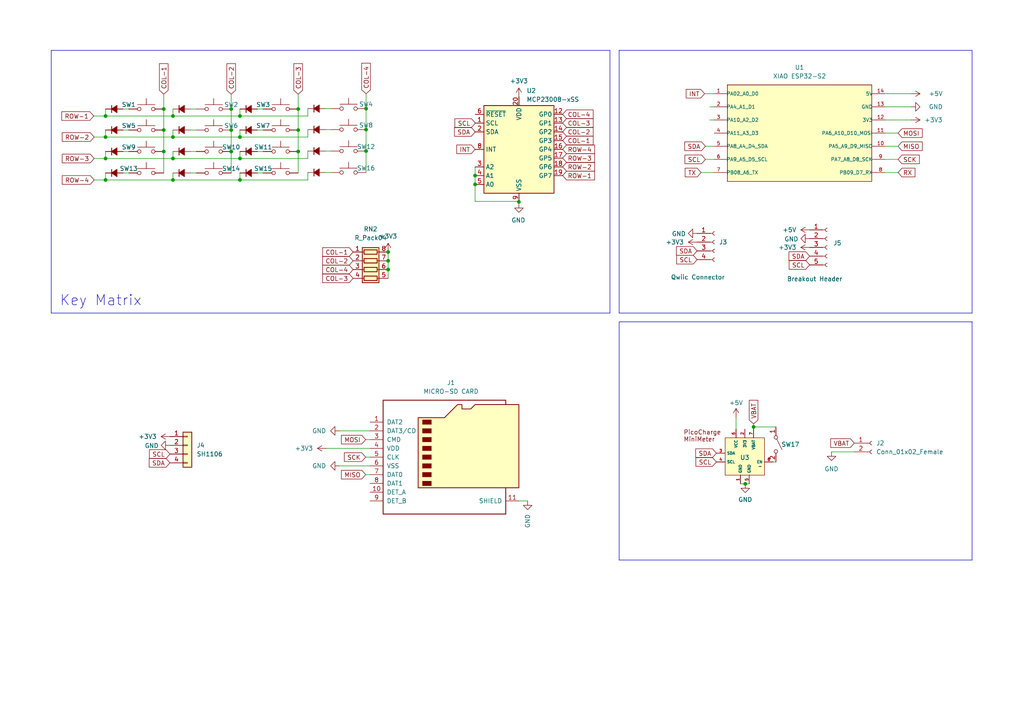
<source format=kicad_sch>
(kicad_sch (version 20230121) (generator eeschema)
  (paper "A4")
  (lib_symbols
    (symbol "Connector:Conn_01x02_Female" (pin_names (offset 1.016) hide)
      (property "Reference" "J" (at 0 2.54 0))
      (property "Value" "Conn_01x02_Female" (at 0 -5.08 0))
      (symbol "Conn_01x02_Female_1_1"
        (arc (start 0 -2.032) (mid -0.5058 -2.54) (end 0 -3.048) (stroke (width 0.1524)))
        (polyline (pts (xy -1.27 -2.54) (xy -0.508 -2.54)) (stroke (width 0.1524)))
        (polyline (pts (xy -1.27 0) (xy -0.508 0)) (stroke (width 0.1524)))
        (arc (start 0 0.508) (mid -0.5058 0) (end 0 -0.508) (stroke (width 0.1524)))
        (pin passive line (at -5.08 0 0) (length 3.81) (name "Pin_1") (number "1"))
        (pin passive line (at -5.08 -2.54 0) (length 3.81) (name "Pin_2") (number "2"))
      )
    )
    (symbol "Connector:Conn_01x04_Female" (pin_names (offset 1.016) hide)
      (property "Reference" "J" (at 0 5.08 0))
      (property "Value" "Conn_01x04_Female" (at 0 -7.62 0))
      (symbol "Conn_01x04_Female_1_1"
        (arc (start 0 -4.572) (mid -0.5058 -5.08) (end 0 -5.588) (stroke (width 0.1524)))
        (arc (start 0 -2.032) (mid -0.5058 -2.54) (end 0 -3.048) (stroke (width 0.1524)))
        (polyline (pts (xy -1.27 -5.08) (xy -0.508 -5.08)) (stroke (width 0.1524)))
        (polyline (pts (xy -1.27 -2.54) (xy -0.508 -2.54)) (stroke (width 0.1524)))
        (polyline (pts (xy -1.27 0) (xy -0.508 0)) (stroke (width 0.1524)))
        (polyline (pts (xy -1.27 2.54) (xy -0.508 2.54)) (stroke (width 0.1524)))
        (arc (start 0 0.508) (mid -0.5058 0) (end 0 -0.508) (stroke (width 0.1524)))
        (arc (start 0 3.048) (mid -0.5058 2.54) (end 0 2.032) (stroke (width 0.1524)))
        (pin passive line (at -5.08 2.54 0) (length 3.81) (name "Pin_1") (number "1"))
        (pin passive line (at -5.08 0 0) (length 3.81) (name "Pin_2") (number "2"))
        (pin passive line (at -5.08 -2.54 0) (length 3.81) (name "Pin_3") (number "3"))
        (pin passive line (at -5.08 -5.08 0) (length 3.81) (name "Pin_4") (number "4"))
      )
    )
    (symbol "Connector:Conn_01x05_Female" (pin_names (offset 1.016) hide)
      (property "Reference" "J" (at 0 7.62 0))
      (property "Value" "Conn_01x05_Female" (at 0 -7.62 0))
      (symbol "Conn_01x05_Female_1_1"
        (arc (start 0 -4.572) (mid -0.5058 -5.08) (end 0 -5.588) (stroke (width 0.1524)))
        (arc (start 0 -2.032) (mid -0.5058 -2.54) (end 0 -3.048) (stroke (width 0.1524)))
        (polyline (pts (xy -1.27 -5.08) (xy -0.508 -5.08)) (stroke (width 0.1524)))
        (polyline (pts (xy -1.27 -2.54) (xy -0.508 -2.54)) (stroke (width 0.1524)))
        (polyline (pts (xy -1.27 0) (xy -0.508 0)) (stroke (width 0.1524)))
        (polyline (pts (xy -1.27 2.54) (xy -0.508 2.54)) (stroke (width 0.1524)))
        (polyline (pts (xy -1.27 5.08) (xy -0.508 5.08)) (stroke (width 0.1524)))
        (arc (start 0 0.508) (mid -0.5058 0) (end 0 -0.508) (stroke (width 0.1524)))
        (arc (start 0 3.048) (mid -0.5058 2.54) (end 0 2.032) (stroke (width 0.1524)))
        (arc (start 0 5.588) (mid -0.5058 5.08) (end 0 4.572) (stroke (width 0.1524)))
        (pin passive line (at -5.08 5.08 0) (length 3.81) (name "Pin_1") (number "1"))
        (pin passive line (at -5.08 2.54 0) (length 3.81) (name "Pin_2") (number "2"))
        (pin passive line (at -5.08 0 0) (length 3.81) (name "Pin_3") (number "3"))
        (pin passive line (at -5.08 -2.54 0) (length 3.81) (name "Pin_4") (number "4"))
        (pin passive line (at -5.08 -5.08 0) (length 3.81) (name "Pin_5") (number "5"))
      )
    )
    (symbol "Connector:Micro_SD_Card_Det" (pin_names (offset 1.016))
      (property "Reference" "J" (at -16.51 17.78 0))
      (property "Value" "Micro_SD_Card_Det" (at 16.51 17.78 0))
      (symbol "Micro_SD_Card_Det_0_1"
        (rectangle (start -7.62 -6.985) (end -5.08 -8.255) (fill (type outline)))
        (rectangle (start -7.62 -4.445) (end -5.08 -5.715) (fill (type outline)))
        (rectangle (start -7.62 -1.905) (end -5.08 -3.175) (fill (type outline)))
        (rectangle (start -7.62 0.635) (end -5.08 -0.635) (fill (type outline)))
        (rectangle (start -7.62 3.175) (end -5.08 1.905) (fill (type outline)))
        (rectangle (start -7.62 5.715) (end -5.08 4.445) (fill (type outline)))
        (rectangle (start -7.62 8.255) (end -5.08 6.985) (fill (type outline)))
        (rectangle (start -7.62 10.795) (end -5.08 9.525) (fill (type outline)))
        (polyline (pts (xy 16.51 15.24) (xy 16.51 16.51) (xy -19.05 16.51) (xy -19.05 -16.51) (xy 16.51 -16.51) (xy 16.51 -8.89)) (stroke (width 0.254)))
        (polyline (pts (xy -8.89 -8.89) (xy -8.89 11.43) (xy -1.27 11.43) (xy 2.54 15.24) (xy 3.81 15.24) (xy 3.81 13.97) (xy 6.35 13.97) (xy 7.62 15.24) (xy 20.32 15.24) (xy 20.32 -8.89) (xy -8.89 -8.89)) (stroke (width 0.254)) (fill (type background)))
      )
      (symbol "Micro_SD_Card_Det_1_1"
        (pin bidirectional line (at -22.86 10.16 0) (length 3.81) (name "DAT2") (number "1"))
        (pin passive line (at -22.86 -10.16 0) (length 3.81) (name "DET_A") (number "10"))
        (pin passive line (at 20.32 -12.7 180) (length 3.81) (name "SHIELD") (number "11"))
        (pin bidirectional line (at -22.86 7.62 0) (length 3.81) (name "DAT3/CD") (number "2"))
        (pin input line (at -22.86 5.08 0) (length 3.81) (name "CMD") (number "3"))
        (pin power_in line (at -22.86 2.54 0) (length 3.81) (name "VDD") (number "4"))
        (pin input line (at -22.86 0 0) (length 3.81) (name "CLK") (number "5"))
        (pin power_in line (at -22.86 -2.54 0) (length 3.81) (name "VSS") (number "6"))
        (pin bidirectional line (at -22.86 -5.08 0) (length 3.81) (name "DAT0") (number "7"))
        (pin bidirectional line (at -22.86 -7.62 0) (length 3.81) (name "DAT1") (number "8"))
        (pin passive line (at -22.86 -12.7 0) (length 3.81) (name "DET_B") (number "9"))
      )
    )
    (symbol "Connector_Generic:Conn_01x04" (pin_names (offset 1.016) hide)
      (property "Reference" "J" (at 0 5.08 0))
      (property "Value" "Conn_01x04" (at 0 -7.62 0))
      (symbol "Conn_01x04_1_1"
        (rectangle (start -1.27 -4.953) (end 0 -5.207) (stroke (width 0.1524)))
        (rectangle (start -1.27 -2.413) (end 0 -2.667) (stroke (width 0.1524)))
        (rectangle (start -1.27 0.127) (end 0 -0.127) (stroke (width 0.1524)))
        (rectangle (start -1.27 2.667) (end 0 2.413) (stroke (width 0.1524)))
        (rectangle (start -1.27 3.81) (end 1.27 -6.35) (stroke (width 0.254)) (fill (type background)))
        (pin passive line (at -5.08 2.54 0) (length 3.81) (name "Pin_1") (number "1"))
        (pin passive line (at -5.08 0 0) (length 3.81) (name "Pin_2") (number "2"))
        (pin passive line (at -5.08 -2.54 0) (length 3.81) (name "Pin_3") (number "3"))
        (pin passive line (at -5.08 -5.08 0) (length 3.81) (name "Pin_4") (number "4"))
      )
    )
    (symbol "Device:D_Small_Filled" (pin_numbers hide) (pin_names (offset 0.254) hide)
      (property "Reference" "D" (at -1.27 2.032 0))
      (property "Value" "D_Small_Filled" (at -3.81 -2.032 0))
      (symbol "D_Small_Filled_0_1"
        (polyline (pts (xy -0.762 -1.016) (xy -0.762 1.016)) (stroke (width 0.254)))
        (polyline (pts (xy -0.762 0) (xy 0.762 0)))
        (polyline (pts (xy 0.762 -1.016) (xy -0.762 0) (xy 0.762 1.016) (xy 0.762 -1.016)) (stroke (width 0.254)) (fill (type outline)))
      )
      (symbol "D_Small_Filled_1_1"
        (pin passive line (at -2.54 0 0) (length 1.778) (name "K") (number "1"))
        (pin passive line (at 2.54 0 180) (length 1.778) (name "A") (number "2"))
      )
    )
    (symbol "Device:R_Pack04" (pin_names (offset 0) hide)
      (property "Reference" "RN" (at -7.62 0 90))
      (property "Value" "R_Pack04" (at 5.08 0 90))
      (symbol "R_Pack04_0_1"
        (rectangle (start -6.35 -2.413) (end 3.81 2.413) (stroke (width 0.254)) (fill (type background)))
        (rectangle (start -5.715 1.905) (end -4.445 -1.905) (stroke (width 0.254)))
        (rectangle (start -3.175 1.905) (end -1.905 -1.905) (stroke (width 0.254)))
        (rectangle (start -0.635 1.905) (end 0.635 -1.905) (stroke (width 0.254)))
        (polyline (pts (xy -5.08 -2.54) (xy -5.08 -1.905)))
        (polyline (pts (xy -5.08 1.905) (xy -5.08 2.54)))
        (polyline (pts (xy -2.54 -2.54) (xy -2.54 -1.905)))
        (polyline (pts (xy -2.54 1.905) (xy -2.54 2.54)))
        (polyline (pts (xy 0 -2.54) (xy 0 -1.905)))
        (polyline (pts (xy 0 1.905) (xy 0 2.54)))
        (polyline (pts (xy 2.54 -2.54) (xy 2.54 -1.905)))
        (polyline (pts (xy 2.54 1.905) (xy 2.54 2.54)))
        (rectangle (start 1.905 1.905) (end 3.175 -1.905) (stroke (width 0.254)))
      )
      (symbol "R_Pack04_1_1"
        (pin passive line (at -5.08 -5.08 90) (length 2.54) (name "R1.1") (number "1"))
        (pin passive line (at -2.54 -5.08 90) (length 2.54) (name "R2.1") (number "2"))
        (pin passive line (at 0 -5.08 90) (length 2.54) (name "R3.1") (number "3"))
        (pin passive line (at 2.54 -5.08 90) (length 2.54) (name "R4.1") (number "4"))
        (pin passive line (at 2.54 5.08 270) (length 2.54) (name "R4.2") (number "5"))
        (pin passive line (at 0 5.08 270) (length 2.54) (name "R3.2") (number "6"))
        (pin passive line (at -2.54 5.08 270) (length 2.54) (name "R2.2") (number "7"))
        (pin passive line (at -5.08 5.08 270) (length 2.54) (name "R1.2") (number "8"))
      )
    )
    (symbol "Interface_Expansion:MCP23008-xSS"
      (property "Reference" "U" (at -8.89 13.97 0))
      (property "Value" "MCP23008-xSS" (at 8.89 13.97 0))
      (symbol "MCP23008-xSS_0_1"
        (rectangle (start -10.16 12.7) (end 10.16 -12.7) (stroke (width 0.254)) (fill (type background)))
      )
      (symbol "MCP23008-xSS_1_1"
        (pin input line (at -12.7 7.62 0) (length 2.54) (name "SCL") (number "1"))
        (pin no_connect line (at -10.16 -2.54 0) (length 2.54) hide (name "NC") (number "10"))
        (pin no_connect line (at 10.16 -10.16 180) (length 2.54) hide (name "NC") (number "11"))
        (pin bidirectional line (at 12.7 10.16 180) (length 2.54) (name "GP0") (number "12"))
        (pin bidirectional line (at 12.7 7.62 180) (length 2.54) (name "GP1") (number "13"))
        (pin bidirectional line (at 12.7 5.08 180) (length 2.54) (name "GP2") (number "14"))
        (pin bidirectional line (at 12.7 2.54 180) (length 2.54) (name "GP3") (number "15"))
        (pin bidirectional line (at 12.7 0 180) (length 2.54) (name "GP4") (number "16"))
        (pin bidirectional line (at 12.7 -2.54 180) (length 2.54) (name "GP5") (number "17"))
        (pin bidirectional line (at 12.7 -5.08 180) (length 2.54) (name "GP6") (number "18"))
        (pin bidirectional line (at 12.7 -7.62 180) (length 2.54) (name "GP7") (number "19"))
        (pin bidirectional line (at -12.7 5.08 0) (length 2.54) (name "SDA") (number "2"))
        (pin power_in line (at 0 15.24 270) (length 2.54) (name "VDD") (number "20"))
        (pin input line (at -12.7 -5.08 0) (length 2.54) (name "A2") (number "3"))
        (pin input line (at -12.7 -7.62 0) (length 2.54) (name "A1") (number "4"))
        (pin input line (at -12.7 -10.16 0) (length 2.54) (name "A0") (number "5"))
        (pin input line (at -12.7 10.16 0) (length 2.54) (name "~{RESET}") (number "6"))
        (pin no_connect line (at -10.16 2.54 0) (length 2.54) hide (name "NC") (number "7"))
        (pin output line (at -12.7 0 0) (length 2.54) (name "INT") (number "8"))
        (pin power_in line (at 0 -15.24 90) (length 2.54) (name "VSS") (number "9"))
      )
    )
    (symbol "MOUDLE-SEEEDUINO-XIAO-ESP32S3:MOUDLE-SEEEDUINO-XIAO-ESP32S3" (pin_names (offset 1.016))
      (property "Reference" "U1" (at -0.635 19.05 0))
      (property "Value" "XIAO ESP32-S2" (at -0.635 16.51 0))
      (symbol "MOUDLE-SEEEDUINO-XIAO-ESP32S3_0_0"
        (polyline (pts (xy -21.59 -13.97) (xy -21.59 0)) (stroke (width 0.1524)))
        (polyline (pts (xy -21.59 -11.43) (xy -22.86 -11.43)) (stroke (width 0.1524)))
        (polyline (pts (xy -21.59 -7.62) (xy -22.86 -7.62)) (stroke (width 0.1524)))
        (polyline (pts (xy -21.59 -3.81) (xy -22.86 -3.81)) (stroke (width 0.1524)))
        (polyline (pts (xy -21.59 0) (xy -22.86 0)) (stroke (width 0.1524)))
        (polyline (pts (xy -21.59 0) (xy -21.59 3.81)) (stroke (width 0.1524)))
        (polyline (pts (xy -21.59 3.81) (xy -22.86 3.81)) (stroke (width 0.1524)))
        (polyline (pts (xy -21.59 3.81) (xy -21.59 7.62)) (stroke (width 0.1524)))
        (polyline (pts (xy -21.59 7.62) (xy -22.86 7.62)) (stroke (width 0.1524)))
        (polyline (pts (xy -21.59 7.62) (xy -21.59 11.43)) (stroke (width 0.1524)))
        (polyline (pts (xy -21.59 11.43) (xy -22.86 11.43)) (stroke (width 0.1524)))
        (polyline (pts (xy -21.59 11.43) (xy -21.59 13.97)) (stroke (width 0.1524)))
        (polyline (pts (xy -21.59 13.97) (xy 20.32 13.97)) (stroke (width 0.1524)))
        (polyline (pts (xy 20.32 -13.97) (xy -21.59 -13.97)) (stroke (width 0.1524)))
        (polyline (pts (xy 20.32 3.81) (xy 20.32 -13.97)) (stroke (width 0.1524)))
        (polyline (pts (xy 20.32 7.62) (xy 20.32 3.81)) (stroke (width 0.1524)))
        (polyline (pts (xy 20.32 11.43) (xy 20.32 7.62)) (stroke (width 0.1524)))
        (polyline (pts (xy 20.32 13.97) (xy 20.32 11.43)) (stroke (width 0.1524)))
        (polyline (pts (xy 21.59 -11.43) (xy 20.32 -11.43)) (stroke (width 0.1524)))
        (polyline (pts (xy 21.59 -7.62) (xy 20.32 -7.62)) (stroke (width 0.1524)))
        (polyline (pts (xy 21.59 -3.81) (xy 20.32 -3.81)) (stroke (width 0.1524)))
        (polyline (pts (xy 21.59 0) (xy 20.32 0)) (stroke (width 0.1524)))
        (polyline (pts (xy 21.59 3.81) (xy 20.32 3.81)) (stroke (width 0.1524)))
        (polyline (pts (xy 21.59 7.62) (xy 20.32 7.62)) (stroke (width 0.1524)))
        (polyline (pts (xy 21.59 11.43) (xy 20.32 11.43)) (stroke (width 0.1524)))
        (pin bidirectional line (at -25.4 11.43 0) (length 2.54) (name "PA02_A0_D0") (number "1"))
        (pin bidirectional line (at 24.13 -3.81 180) (length 2.54) (name "PA5_A9_D9_MISO") (number "10"))
        (pin bidirectional line (at 24.13 0 180) (length 2.54) (name "PA6_A10_D10_MOSI") (number "11"))
        (pin bidirectional line (at 24.13 3.81 180) (length 2.54) (name "3V3") (number "12"))
        (pin bidirectional line (at 24.13 7.62 180) (length 2.54) (name "GND") (number "13"))
        (pin bidirectional line (at 24.13 11.43 180) (length 2.54) (name "5V") (number "14"))
        (pin bidirectional line (at -25.4 7.62 0) (length 2.54) (name "PA4_A1_D1") (number "2"))
        (pin bidirectional line (at -25.4 3.81 0) (length 2.54) (name "PA10_A2_D2") (number "3"))
        (pin bidirectional line (at -25.4 0 0) (length 2.54) (name "PA11_A3_D3") (number "4"))
        (pin bidirectional line (at -25.4 -3.81 0) (length 2.54) (name "PA8_A4_D4_SDA") (number "5"))
        (pin bidirectional line (at -25.4 -7.62 0) (length 2.54) (name "PA9_A5_D5_SCL") (number "6"))
        (pin bidirectional line (at -25.4 -11.43 0) (length 2.54) (name "PB08_A6_TX") (number "7"))
        (pin bidirectional line (at 24.13 -11.43 180) (length 2.54) (name "PB09_D7_RX") (number "8"))
        (pin bidirectional line (at 24.13 -7.62 180) (length 2.54) (name "PA7_A8_D8_SCK") (number "9"))
      )
      (symbol "MOUDLE-SEEEDUINO-XIAO-ESP32S3_1_1"
        (rectangle (start -21.59 13.97) (end 20.32 -13.97) (fill (type background)))
      )
    )
    (symbol "PicoCharge:MiniMeter"
      (property "Reference" "U" (at 0 0 0))
      (symbol "MiniMeter_1_1"
        (rectangle (start -5.715 5.715) (end 5.715 -5.08) (fill (type background)))
        (text "PicoCharge\nMiniMeter" (at -17.78 6.35 0) (effects (font (size 1.27 1.27)) (justify left)))
        (pin passive line (at -1.27 -7.62 90) (length 2.54) (name "GND") (number "1"))
        (pin power_out line (at 0 8.255 270) (length 2.54) (name "3V3") (number "2"))
        (pin input line (at -8.255 1.27 0) (length 2.54) (name "SDA") (number "3"))
        (pin output line (at -8.255 -1.27 0) (length 2.54) (name "SCL") (number "4"))
        (pin passive line (at 1.27 -7.62 90) (length 2.54) (name "GND") (number "5"))
        (pin power_in line (at -2.54 8.255 270) (length 2.54) (name "VCC") (number "6"))
        (pin power_in line (at 2.54 8.255 270) (length 2.54) (name "VBAT") (number "7"))
        (pin passive line (at 8.255 -1.27 180) (length 2.54) (name "EN") (number "8"))
      )
    )
    (symbol "Switch:SW_Push" (pin_numbers hide) (pin_names (offset 1.016) hide)
      (property "Reference" "SW" (at 1.27 2.54 0))
      (property "Value" "SW_Push" (at 0 -1.524 0))
      (symbol "SW_Push_0_1"
        (circle (center -2.032 0) (radius 0.508))
        (polyline (pts (xy 0 1.27) (xy 0 3.048)))
        (polyline (pts (xy 2.54 1.27) (xy -2.54 1.27)))
        (circle (center 2.032 0) (radius 0.508))
        (pin passive line (at -5.08 0 0) (length 2.54) (name "1") (number "1"))
        (pin passive line (at 5.08 0 180) (length 2.54) (name "2") (number "2"))
      )
    )
    (symbol "Switch:SW_SPST" (pin_names (offset 0) hide)
      (property "Reference" "SW" (at 0 3.175 0))
      (property "Value" "SW_SPST" (at 0 -2.54 0))
      (symbol "SW_SPST_0_0"
        (circle (center -2.032 0) (radius 0.508))
        (polyline (pts (xy -1.524 0.254) (xy 1.524 1.778)))
        (circle (center 2.032 0) (radius 0.508))
      )
      (symbol "SW_SPST_1_1"
        (pin passive line (at -5.08 0 0) (length 2.54) (name "A") (number "1"))
        (pin passive line (at 5.08 0 180) (length 2.54) (name "B") (number "2"))
      )
    )
    (symbol "power:+3V3" (power) (pin_names (offset 0))
      (property "Value" "+3V3" (at 0 3.556 0))
      (symbol "+3V3_0_1"
        (polyline (pts (xy -0.762 1.27) (xy 0 2.54)))
        (polyline (pts (xy 0 0) (xy 0 2.54)))
        (polyline (pts (xy 0 2.54) (xy 0.762 1.27)))
      )
      (symbol "+3V3_1_1"
        (pin power_in line (at 0 0 90) (length 0) hide (name "+3V3") (number "1"))
      )
    )
    (symbol "power:+5V" (power) (pin_names (offset 0))
      (property "Value" "+5V" (at 0 3.556 0))
      (symbol "+5V_0_1"
        (polyline (pts (xy -0.762 1.27) (xy 0 2.54)))
        (polyline (pts (xy 0 0) (xy 0 2.54)))
        (polyline (pts (xy 0 2.54) (xy 0.762 1.27)))
      )
      (symbol "+5V_1_1"
        (pin power_in line (at 0 0 90) (length 0) hide (name "+5V") (number "1"))
      )
    )
    (symbol "power:GND" (power) (pin_names (offset 0))
      (property "Value" "GND" (at 0 -3.81 0))
      (symbol "GND_0_1"
        (polyline (pts (xy 0 0) (xy 0 -1.27) (xy 1.27 -1.27) (xy 0 -2.54) (xy -1.27 -1.27) (xy 0 -1.27)))
      )
      (symbol "GND_1_1"
        (pin power_in line (at 0 0 270) (length 0) hide (name "GND") (number "1"))
      )
    )
  )
  (junction (at 50.165 52.197))
  (junction (at 86.487 37.719))
  (junction (at 30.607 52.197))
  (junction (at 112.5728 75.6412))
  (junction (at 137.795 50.927))
  (junction (at 112.5728 78.1812))
  (junction (at 69.596 33.655))
  (junction (at 106.172 37.592))
  (junction (at 67.056 31.623))
  (junction (at 50.165 33.655))
  (junction (at 218.567 123.825))
  (junction (at 69.596 45.974))
  (junction (at 106.172 43.815))
  (junction (at 216.154 140.335))
  (junction (at 69.596 39.751))
  (junction (at 47.498 43.942))
  (junction (at 30.607 45.974))
  (junction (at 50.165 39.751))
  (junction (at 30.607 39.751))
  (junction (at 50.165 45.974))
  (junction (at 47.498 37.719))
  (junction (at 86.487 31.623))
  (junction (at 106.172 31.496))
  (junction (at 137.795 53.467))
  (junction (at 86.487 43.942))
  (junction (at 47.498 31.623))
  (junction (at 112.5728 73.1012))
  (junction (at 30.607 33.655))
  (junction (at 69.596 52.197))
  (junction (at 67.056 37.719))
  (junction (at 150.495 58.547))
  (junction (at 67.056 43.942))
  (wire (pts (xy 30.607 45.974) (xy 50.165 45.974)))
  (wire (pts (xy 74.676 31.623) (xy 76.327 31.623)))
  (wire (pts (xy 137.8712 43.3324) (xy 137.8712 43.307)))
  (wire (pts (xy 163.1188 50.9524) (xy 163.1188 50.927)))
  (wire (pts (xy 256.667 38.608) (xy 260.477 38.608)))
  (wire (pts (xy 106.172 43.815) (xy 106.172 50.038)))
  (wire (pts (xy 27.305 45.974) (xy 30.607 45.974)))
  (polyline (pts (xy 281.94 14.605) (xy 281.94 90.805)))
  (wire (pts (xy 50.165 33.655) (xy 50.165 31.623)))
  (wire (pts (xy 218.567 122.936) (xy 218.567 123.825)))
  (wire (pts (xy 50.165 45.974) (xy 50.165 43.942)))
  (wire (pts (xy 35.687 43.942) (xy 37.338 43.942)))
  (wire (pts (xy 163.1188 50.927) (xy 163.195 50.927)))
  (wire (pts (xy 94.615 130.048) (xy 107.315 130.048)))
  (wire (pts (xy 150.495 58.547) (xy 150.495 59.055)))
  (wire (pts (xy 89.281 45.974) (xy 89.281 43.815)))
  (wire (pts (xy 225.044 133.985) (xy 224.282 133.985)))
  (wire (pts (xy 162.7632 33.147) (xy 163.195 33.147)))
  (wire (pts (xy 94.361 43.815) (xy 96.012 43.815)))
  (wire (pts (xy 106.045 127.508) (xy 107.315 127.508)))
  (wire (pts (xy 86.487 27.305) (xy 86.487 31.623)))
  (wire (pts (xy 30.607 39.751) (xy 50.165 39.751)))
  (wire (pts (xy 218.567 123.825) (xy 225.044 123.825)))
  (wire (pts (xy 137.8712 35.7124) (xy 137.8204 35.7124)))
  (wire (pts (xy 69.596 37.719) (xy 69.596 39.751)))
  (wire (pts (xy 98.425 124.968) (xy 107.315 124.968)))
  (wire (pts (xy 163.2204 40.7924) (xy 162.9156 40.7924)))
  (wire (pts (xy 98.425 135.128) (xy 107.315 135.128)))
  (wire (pts (xy 27.305 39.751) (xy 30.607 39.751)))
  (wire (pts (xy 30.607 52.197) (xy 50.165 52.197)))
  (wire (pts (xy 150.5204 58.547) (xy 150.495 58.547)))
  (wire (pts (xy 203.327 50.038) (xy 207.137 50.038)))
  (wire (pts (xy 150.4696 28.0924) (xy 150.4696 28.067)))
  (wire (pts (xy 162.814 35.7124) (xy 162.814 35.687)))
  (wire (pts (xy 55.245 43.942) (xy 56.896 43.942)))
  (wire (pts (xy 30.607 50.165) (xy 30.607 52.197)))
  (wire (pts (xy 214.757 140.335) (xy 216.154 140.335)))
  (wire (pts (xy 30.607 33.655) (xy 50.165 33.655)))
  (wire (pts (xy 163.2204 48.4124) (xy 163.068 48.4124)))
  (wire (pts (xy 150.495 58.42) (xy 150.495 58.547)))
  (wire (pts (xy 50.165 52.197) (xy 50.165 50.165)))
  (wire (pts (xy 163.2204 45.8724) (xy 163.0172 45.8724)))
  (wire (pts (xy 256.667 50.038) (xy 260.477 50.038)))
  (wire (pts (xy 50.165 39.751) (xy 69.596 39.751)))
  (wire (pts (xy 112.5728 78.1812) (xy 112.5728 80.7212)))
  (wire (pts (xy 35.687 50.165) (xy 37.338 50.165)))
  (wire (pts (xy 112.5728 73.1012) (xy 112.5728 75.6412)))
  (polyline (pts (xy 179.578 14.605) (xy 281.94 14.605)))
  (wire (pts (xy 74.676 37.719) (xy 76.327 37.719)))
  (wire (pts (xy 137.795 58.42) (xy 150.495 58.42)))
  (wire (pts (xy 137.8712 43.307) (xy 137.795 43.307)))
  (wire (pts (xy 150.5204 58.5724) (xy 150.5204 58.547)))
  (wire (pts (xy 137.922 50.9524) (xy 137.922 50.927)))
  (wire (pts (xy 137.9728 53.467) (xy 137.795 53.467)))
  (wire (pts (xy 163.2204 43.3324) (xy 162.9664 43.3324)))
  (wire (pts (xy 137.795 50.927) (xy 137.795 53.467)))
  (wire (pts (xy 106.172 31.496) (xy 106.172 37.592)))
  (wire (pts (xy 47.498 37.719) (xy 47.498 43.942)))
  (wire (pts (xy 47.498 27.305) (xy 47.498 31.623)))
  (wire (pts (xy 137.8204 48.4124) (xy 137.8204 48.4632)))
  (wire (pts (xy 137.795 48.4632) (xy 137.795 50.927)))
  (wire (pts (xy 67.056 31.623) (xy 67.056 37.719)))
  (wire (pts (xy 27.178 33.655) (xy 30.607 33.655)))
  (wire (pts (xy 47.498 43.942) (xy 47.498 50.165)))
  (polyline (pts (xy 179.578 93.345) (xy 179.578 162.433)))
  (wire (pts (xy 163.2204 35.7124) (xy 162.814 35.7124)))
  (wire (pts (xy 106.045 137.668) (xy 107.315 137.668)))
  (wire (pts (xy 162.814 35.687) (xy 163.195 35.687)))
  (wire (pts (xy 256.667 30.988) (xy 264.287 30.988)))
  (wire (pts (xy 106.172 37.592) (xy 106.172 43.815)))
  (polyline (pts (xy 281.94 162.433) (xy 179.578 162.433)))
  (wire (pts (xy 69.596 52.197) (xy 89.281 52.197)))
  (wire (pts (xy 137.922 50.927) (xy 137.795 50.927)))
  (wire (pts (xy 241.173 131.064) (xy 247.777 131.064)))
  (wire (pts (xy 112.5728 75.6412) (xy 112.5728 78.1812)))
  (wire (pts (xy 162.8648 38.2524) (xy 162.8648 38.227)))
  (wire (pts (xy 137.8204 43.3324) (xy 137.8712 43.3324)))
  (wire (pts (xy 218.567 123.825) (xy 218.567 124.46)))
  (wire (pts (xy 137.8204 50.9524) (xy 137.922 50.9524)))
  (wire (pts (xy 204.597 42.418) (xy 207.137 42.418)))
  (wire (pts (xy 35.687 31.623) (xy 37.338 31.623)))
  (wire (pts (xy 162.9156 40.7924) (xy 162.9156 40.767)))
  (wire (pts (xy 50.165 33.655) (xy 69.596 33.655)))
  (wire (pts (xy 69.596 45.974) (xy 89.281 45.974)))
  (wire (pts (xy 204.597 46.228) (xy 207.137 46.228)))
  (wire (pts (xy 106.172 27.178) (xy 106.172 31.496)))
  (wire (pts (xy 94.361 37.592) (xy 96.012 37.592)))
  (polyline (pts (xy 176.911 90.805) (xy 14.859 90.805)))
  (wire (pts (xy 106.045 132.588) (xy 107.315 132.588)))
  (wire (pts (xy 163.068 48.4124) (xy 163.068 48.387)))
  (wire (pts (xy 30.607 43.942) (xy 30.607 45.974)))
  (wire (pts (xy 55.245 37.719) (xy 56.896 37.719)))
  (polyline (pts (xy 281.94 90.805) (xy 179.578 90.805)))
  (polyline (pts (xy 176.911 14.605) (xy 176.911 90.805)))
  (wire (pts (xy 55.245 31.623) (xy 56.896 31.623)))
  (wire (pts (xy 162.9664 43.3324) (xy 162.9664 43.307)))
  (wire (pts (xy 67.056 43.942) (xy 67.056 50.165)))
  (wire (pts (xy 86.487 31.623) (xy 86.487 37.719)))
  (wire (pts (xy 137.795 53.467) (xy 137.795 58.42)))
  (wire (pts (xy 69.596 39.751) (xy 89.281 39.751)))
  (wire (pts (xy 150.4696 28.067) (xy 150.495 28.067)))
  (wire (pts (xy 86.487 37.719) (xy 86.487 43.942)))
  (wire (pts (xy 216.154 140.335) (xy 217.297 140.335)))
  (wire (pts (xy 163.0172 45.8724) (xy 163.0172 45.847)))
  (wire (pts (xy 27.305 52.197) (xy 30.607 52.197)))
  (wire (pts (xy 30.607 31.623) (xy 30.607 33.655)))
  (wire (pts (xy 50.165 45.974) (xy 69.596 45.974)))
  (wire (pts (xy 163.2204 50.9524) (xy 163.1188 50.9524)))
  (wire (pts (xy 256.667 42.418) (xy 260.477 42.418)))
  (wire (pts (xy 162.8648 38.227) (xy 163.195 38.227)))
  (wire (pts (xy 94.361 50.038) (xy 96.012 50.038)))
  (wire (pts (xy 213.487 121.031) (xy 213.487 124.46)))
  (polyline (pts (xy 14.859 14.605) (xy 176.911 14.605)))
  (polyline (pts (xy 179.578 14.605) (xy 179.578 90.805)))
  (wire (pts (xy 256.667 27.178) (xy 264.287 27.178)))
  (wire (pts (xy 69.596 31.623) (xy 69.596 33.655)))
  (wire (pts (xy 137.9728 53.4924) (xy 137.9728 53.467)))
  (wire (pts (xy 205.867 34.798) (xy 207.137 34.798)))
  (wire (pts (xy 162.9664 43.307) (xy 163.195 43.307)))
  (wire (pts (xy 89.281 52.197) (xy 89.281 50.038)))
  (wire (pts (xy 163.068 48.387) (xy 163.195 48.387)))
  (wire (pts (xy 94.361 31.496) (xy 96.012 31.496)))
  (wire (pts (xy 137.8204 48.4632) (xy 137.795 48.4632)))
  (wire (pts (xy 35.687 37.719) (xy 37.338 37.719)))
  (wire (pts (xy 162.9156 40.767) (xy 163.195 40.767)))
  (polyline (pts (xy 14.859 14.605) (xy 14.859 90.805)))
  (wire (pts (xy 67.056 27.305) (xy 67.056 31.623)))
  (wire (pts (xy 69.596 50.165) (xy 69.596 52.197)))
  (wire (pts (xy 74.676 50.165) (xy 76.327 50.165)))
  (wire (pts (xy 150.495 145.288) (xy 153.035 145.288)))
  (wire (pts (xy 137.8204 53.4924) (xy 137.9728 53.4924)))
  (wire (pts (xy 69.596 33.655) (xy 89.281 33.655)))
  (wire (pts (xy 162.7632 33.1724) (xy 162.7632 33.147)))
  (wire (pts (xy 69.596 43.942) (xy 69.596 45.974)))
  (wire (pts (xy 163.0172 45.847) (xy 163.195 45.847)))
  (wire (pts (xy 150.5204 28.0924) (xy 150.4696 28.0924)))
  (wire (pts (xy 163.2204 38.2524) (xy 162.8648 38.2524)))
  (wire (pts (xy 205.867 30.988) (xy 207.137 30.988)))
  (wire (pts (xy 67.056 37.719) (xy 67.056 43.942)))
  (wire (pts (xy 163.2204 33.1724) (xy 162.7632 33.1724)))
  (wire (pts (xy 47.498 31.623) (xy 47.498 37.719)))
  (wire (pts (xy 89.281 33.655) (xy 89.281 31.496)))
  (wire (pts (xy 89.281 39.751) (xy 89.281 37.592)))
  (wire (pts (xy 55.245 50.165) (xy 56.896 50.165)))
  (wire (pts (xy 86.487 43.942) (xy 86.487 50.165)))
  (polyline (pts (xy 179.705 93.345) (xy 282.067 93.345)))
  (wire (pts (xy 204.343 27.178) (xy 207.137 27.178)))
  (wire (pts (xy 256.667 46.228) (xy 260.477 46.228)))
  (polyline (pts (xy 281.94 93.345) (xy 281.94 162.433)))
  (wire (pts (xy 50.165 39.751) (xy 50.165 37.719)))
  (wire (pts (xy 50.165 52.197) (xy 69.596 52.197)))
  (wire (pts (xy 74.676 43.942) (xy 76.327 43.942)))
  (wire (pts (xy 30.607 37.719) (xy 30.607 39.751)))
  (wire (pts (xy 256.667 34.798) (xy 264.287 34.798)))
  (text "Key Matrix" (at 17.272 89.027 0) (effects (font (size 3 3)) (justify left bottom)))
  (global_label "ROW-1" (shape input) (at 27.178 33.655 180) (property "Intersheetrefs" "${INTERSHEET_REFS}" (effects hide)))
  (global_label "SDA" (shape input) (at 202.184 72.771 180) (property "Intersheetrefs" "${INTERSHEET_REFS}" (effects hide)))
  (global_label "SDA" (shape input) (at 234.823 74.295 180) (property "Intersheetrefs" "${INTERSHEET_REFS}" (effects hide)))
  (global_label "SCL" (shape input) (at 234.823 76.835 180) (property "Intersheetrefs" "${INTERSHEET_REFS}" (effects hide)))
  (global_label "ROW-1" (shape input) (at 163.195 50.927 0) (property "Intersheetrefs" "${INTERSHEET_REFS}" (effects hide)))
  (global_label "MISO" (shape input) (at 106.045 137.668 180) (property "Intersheetrefs" "${INTERSHEET_REFS}" (effects hide)))
  (global_label "MOSI" (shape input) (at 106.045 127.508 180) (property "Intersheetrefs" "${INTERSHEET_REFS}" (effects hide)))
  (global_label "SCL" (shape input) (at 137.8712 35.7124 180) (property "Intersheetrefs" "${INTERSHEET_REFS}" (effects hide)))
  (global_label "INT" (shape input) (at 137.795 43.307 180) (property "Intersheetrefs" "${INTERSHEET_REFS}" (effects hide)))
  (global_label "MOSI" (shape input) (at 260.477 38.608 0) (property "Intersheetrefs" "${INTERSHEET_REFS}" (effects hide)))
  (global_label "SDA" (shape input) (at 49.276 134.239 180) (property "Intersheetrefs" "${INTERSHEET_REFS}" (effects hide)))
  (global_label "SCL" (shape input) (at 207.772 133.985 180) (property "Intersheetrefs" "${INTERSHEET_REFS}" (effects hide)))
  (global_label "SDA" (shape input) (at 137.8204 38.2524 180) (property "Intersheetrefs" "${INTERSHEET_REFS}" (effects hide)))
  (global_label "ROW-3" (shape input) (at 27.305 45.974 180) (property "Intersheetrefs" "${INTERSHEET_REFS}" (effects hide)))
  (global_label "RX" (shape input) (at 260.477 50.038 0) (property "Intersheetrefs" "${INTERSHEET_REFS}" (effects hide)))
  (global_label "COL-4" (shape input) (at 106.172 27.178 90) (property "Intersheetrefs" "${INTERSHEET_REFS}" (effects hide)))
  (global_label "SCK" (shape input) (at 260.477 46.228 0) (property "Intersheetrefs" "${INTERSHEET_REFS}" (effects hide)))
  (global_label "MISO" (shape input) (at 260.477 42.418 0) (property "Intersheetrefs" "${INTERSHEET_REFS}" (effects hide)))
  (global_label "ROW-2" (shape input) (at 27.305 39.751 180) (property "Intersheetrefs" "${INTERSHEET_REFS}" (effects hide)))
  (global_label "SDA" (shape input) (at 204.597 42.418 180) (property "Intersheetrefs" "${INTERSHEET_REFS}" (effects hide)))
  (global_label "COL-1" (shape input) (at 47.498 27.305 90) (property "Intersheetrefs" "${INTERSHEET_REFS}" (effects hide)))
  (global_label "ROW-3" (shape input) (at 163.195 45.847 0) (property "Intersheetrefs" "${INTERSHEET_REFS}" (effects hide)))
  (global_label "COL-2" (shape input) (at 163.195 38.227 0) (property "Intersheetrefs" "${INTERSHEET_REFS}" (effects hide)))
  (global_label "COL-1" (shape input) (at 102.4128 73.1012 180) (property "Intersheetrefs" "${INTERSHEET_REFS}" (effects hide)))
  (global_label "SCL" (shape input) (at 202.184 75.311 180) (property "Intersheetrefs" "${INTERSHEET_REFS}" (effects hide)))
  (global_label "VBAT" (shape input) (at 218.567 122.936 90) (property "Intersheetrefs" "${INTERSHEET_REFS}" (effects hide)))
  (global_label "ROW-4" (shape input) (at 163.195 43.307 0) (property "Intersheetrefs" "${INTERSHEET_REFS}" (effects hide)))
  (global_label "TX" (shape input) (at 203.327 50.038 180) (property "Intersheetrefs" "${INTERSHEET_REFS}" (effects hide)))
  (global_label "COL-2" (shape input) (at 102.4128 75.6412 180) (property "Intersheetrefs" "${INTERSHEET_REFS}" (effects hide)))
  (global_label "ROW-4" (shape input) (at 27.305 52.197 180) (property "Intersheetrefs" "${INTERSHEET_REFS}" (effects hide)))
  (global_label "COL-4" (shape input) (at 163.195 33.147 0) (property "Intersheetrefs" "${INTERSHEET_REFS}" (effects hide)))
  (global_label "COL-1" (shape input) (at 163.195 40.767 0) (property "Intersheetrefs" "${INTERSHEET_REFS}" (effects hide)))
  (global_label "COL-3" (shape input) (at 86.487 27.305 90) (property "Intersheetrefs" "${INTERSHEET_REFS}" (effects hide)))
  (global_label "VBAT" (shape input) (at 247.777 128.524 180) (property "Intersheetrefs" "${INTERSHEET_REFS}" (effects hide)))
  (global_label "SCL" (shape input) (at 49.276 131.699 180) (property "Intersheetrefs" "${INTERSHEET_REFS}" (effects hide)))
  (global_label "COL-4" (shape input) (at 102.4128 78.1812 180) (property "Intersheetrefs" "${INTERSHEET_REFS}" (effects hide)))
  (global_label "COL-3" (shape input) (at 102.4128 80.7212 180) (property "Intersheetrefs" "${INTERSHEET_REFS}" (effects hide)))
  (global_label "SCL" (shape input) (at 204.597 46.228 180) (property "Intersheetrefs" "${INTERSHEET_REFS}" (effects hide)))
  (global_label "SCK" (shape input) (at 106.045 132.588 180) (property "Intersheetrefs" "${INTERSHEET_REFS}" (effects hide)))
  (global_label "ROW-2" (shape input) (at 163.195 48.387 0) (property "Intersheetrefs" "${INTERSHEET_REFS}" (effects hide)))
  (global_label "COL-3" (shape input) (at 163.195 35.687 0) (property "Intersheetrefs" "${INTERSHEET_REFS}" (effects hide)))
  (global_label "COL-2" (shape input) (at 67.056 27.305 90) (property "Intersheetrefs" "${INTERSHEET_REFS}" (effects hide)))
  (global_label "SDA" (shape input) (at 207.772 131.445 180) (property "Intersheetrefs" "${INTERSHEET_REFS}" (effects hide)))
  (global_label "INT" (shape input) (at 204.343 27.178 180) (property "Intersheetrefs" "${INTERSHEET_REFS}" (effects hide)))
  (symbol (lib_id "power:GND") (at 234.823 69.215 270) (unit 1)
    (property "Reference" "#PWR08" (effects hide))
    (property "Value" "GND" (at 231.5718 69.342 90) (effects (justify right)))
  )
  (symbol (lib_id "Switch:SW_Push") (at 61.976 43.942 0) (mirror y) (unit 1)
    (property "Reference" "SW10" (at 67.056 42.672 0))
    (property "Value" "Up" (effects hide))
  )
  (symbol (lib_id "power:GND") (at 150.495 59.055 0) (unit 1)
    (property "Reference" "#PWR015" (effects hide))
    (property "Value" "GND" (at 152.4 63.881 0) (effects (justify right)))
  )
  (symbol (lib_id "power:GND") (at 216.154 140.335 0) (unit 1)
    (property "Reference" "#PWR019" (effects hide))
    (property "Value" "GND" (at 216.154 144.907 0))
  )
  (symbol (lib_id "Device:D_Small_Filled") (at 72.136 31.623 0) (unit 1)
    (property "Reference" "D9" (effects hide))
    (property "Value" "D_Small_Filled" (effects hide))
  )
  (symbol (lib_id "Connector:Conn_01x02_Female") (at 252.857 128.524 0) (unit 1)
    (property "Reference" "J2" (at 254.127 128.524 0) (effects (justify left)))
    (property "Value" "Conn_01x02_Female" (at 254.127 131.064 0) (effects (justify left)))
    (property "Footprint" "Connector_JST:JST_PH_S2B-PH-SM4-TB_1x02-1MP_P2.00mm_Horizontal" (effects hide))
  )
  (symbol (lib_id "Device:R_Pack04") (at 107.4928 78.1812 270) (unit 1)
    (property "Reference" "RN2" (at 107.4928 66.4464 90))
    (property "Value" "R_Pack04" (at 107.4928 68.9864 90))
    (property "Footprint" "Resistor_SMD:R_Array_Convex_4x1206" (effects hide))
  )
  (symbol (lib_id "Interface_Expansion:MCP23008-xSS") (at 150.5204 43.3324 0) (unit 1)
    (property "Reference" "U2" (at 152.7145 26.3144 0) (effects (justify left)))
    (property "Value" "MCP23008-xSS" (at 152.7145 28.8544 0) (effects (justify left)))
    (property "Footprint" "Package_SO:SSOP-20_5.3x7.2mm_P0.65mm" (effects hide))
    (property "Datasheet" "http://ww1.microchip.com/downloads/en/DeviceDoc/MCP23008-MCP23S08-Data-Sheet-20001919F.pdf" (effects hide))
  )
  (symbol (lib_id "Device:D_Small_Filled") (at 52.705 43.942 0) (unit 1)
    (property "Reference" "D7" (effects hide))
    (property "Value" "D_Small_Filled" (effects hide))
  )
  (symbol (lib_id "power:+5V") (at 234.823 66.675 90) (unit 1)
    (property "Reference" "#PWR07" (effects hide))
    (property "Value" "+5V" (at 231.013 66.675 90) (effects (justify left)))
  )
  (symbol (lib_id "power:+3V3") (at 264.287 34.798 270) (unit 1)
    (property "Reference" "#PWR013" (effects hide))
    (property "Value" "+3V3" (at 268.097 34.798 90) (effects (justify left)))
  )
  (symbol (lib_id "Switch:SW_Push") (at 101.092 43.815 0) (mirror y) (unit 1)
    (property "Reference" "SW12" (at 106.172 42.545 0))
    (property "Value" "Up" (effects hide))
  )
  (symbol (lib_id "Device:D_Small_Filled") (at 91.821 50.038 0) (unit 1)
    (property "Reference" "D16" (effects hide))
    (property "Value" "D_Small_Filled" (effects hide))
  )
  (symbol (lib_id "power:+5V") (at 264.287 27.178 270) (unit 1)
    (property "Reference" "#PWR014" (effects hide))
    (property "Value" "+5V" (at 269.367 27.178 90) (effects (justify left)))
  )
  (symbol (lib_id "power:GND") (at 264.287 30.988 90) (unit 1)
    (property "Reference" "#PWR012" (effects hide))
    (property "Value" "GND" (at 269.367 30.988 90) (effects (justify right)))
  )
  (symbol (lib_id "Device:D_Small_Filled") (at 33.147 50.165 0) (unit 1)
    (property "Reference" "D4" (effects hide))
    (property "Value" "D_Small_Filled" (effects hide))
  )
  (symbol (lib_id "Connector:Conn_01x05_Female") (at 239.903 71.755 0) (unit 1)
    (property "Reference" "J5" (at 241.681 70.485 0) (effects (justify left)))
    (property "Value" "Breakout Header" (at 228.219 80.899 0) (effects (justify left)))
    (property "Footprint" "Connector_PinHeader_2.54mm:PinHeader_1x05_P2.54mm_Vertical_SMD_Pin1Left" (effects hide))
  )
  (symbol (lib_id "Switch:SW_Push") (at 81.407 37.719 0) (unit 1)
    (property "Reference" "SW7" (at 76.327 36.449 0))
    (property "Value" "Up" (effects hide))
  )
  (symbol (lib_id "Switch:SW_Push") (at 42.418 43.942 0) (unit 1)
    (property "Reference" "SW9" (at 37.338 42.672 0))
    (property "Value" "Up" (effects hide))
  )
  (symbol (lib_id "Device:D_Small_Filled") (at 52.705 37.719 0) (unit 1)
    (property "Reference" "D6" (effects hide))
    (property "Value" "D_Small_Filled" (effects hide))
  )
  (symbol (lib_id "Switch:SW_Push") (at 101.092 50.038 0) (mirror y) (unit 1)
    (property "Reference" "SW16" (at 106.172 48.768 0))
    (property "Value" "Up" (effects hide))
  )
  (symbol (lib_id "Switch:SW_Push") (at 61.976 31.623 0) (mirror y) (unit 1)
    (property "Reference" "SW2" (at 67.056 30.353 0))
    (property "Value" "Up" (effects hide))
  )
  (symbol (lib_id "power:GND") (at 98.425 124.968 270) (unit 1)
    (property "Reference" "#PWR04" (effects hide))
    (property "Value" "GND" (at 94.615 124.968 90) (effects (justify right)))
  )
  (symbol (lib_id "Switch:SW_Push") (at 81.407 43.942 0) (unit 1)
    (property "Reference" "SW11" (at 76.327 42.672 0))
    (property "Value" "Up" (effects hide))
  )
  (symbol (lib_id "Switch:SW_Push") (at 42.418 31.623 0) (unit 1)
    (property "Reference" "SW1" (at 37.338 30.353 0))
    (property "Value" "Up" (effects hide))
  )
  (symbol (lib_id "power:+3V3") (at 49.276 126.619 90) (unit 1)
    (property "Reference" "#PWR09" (effects hide))
    (property "Value" "+3V3" (at 45.466 126.619 90) (effects (justify left)))
  )
  (symbol (lib_id "MOUDLE-SEEEDUINO-XIAO-ESP32S3:MOUDLE-SEEEDUINO-XIAO-ESP32S3") (at 232.537 38.608 0) (unit 1)
    (property "Reference" "U1" (at 231.902 19.558 0))
    (property "Value" "XIAO ESP32-S2" (at 231.902 22.098 0))
    (property "Footprint" "Wardriver-Footprints:MOUDLE14P-SMD-2.54-21X17.8MM" (effects hide))
  )
  (symbol (lib_id "Device:D_Small_Filled") (at 33.147 31.623 0) (unit 1)
    (property "Reference" "D1" (effects hide))
    (property "Value" "D_Small_Filled" (effects hide))
  )
  (symbol (lib_id "Switch:SW_Push") (at 101.092 37.592 0) (mirror y) (unit 1)
    (property "Reference" "SW8" (at 106.172 36.322 0))
    (property "Value" "Up" (effects hide))
  )
  (symbol (lib_id "Device:D_Small_Filled") (at 33.147 37.719 0) (unit 1)
    (property "Reference" "D2" (effects hide))
    (property "Value" "D_Small_Filled" (effects hide))
  )
  (symbol (lib_id "Switch:SW_SPST") (at 225.044 128.905 270) (unit 1)
    (property "Reference" "SW17" (at 231.902 128.905 90) (effects (justify right)))
    (property "Value" "SW_SPST" (effects hide))
  )
  (symbol (lib_id "Switch:SW_Push") (at 42.418 37.719 0) (unit 1)
    (property "Reference" "SW5" (at 37.338 36.449 0))
    (property "Value" "Up" (effects hide))
  )
  (symbol (lib_id "power:GND") (at 202.184 67.691 270) (unit 1)
    (property "Reference" "#PWR05" (effects hide))
    (property "Value" "GND" (at 198.9328 67.818 90) (effects (justify right)))
  )
  (symbol (lib_id "PicoCharge:MiniMeter") (at 216.027 132.715 0) (unit 1)
    (property "Reference" "U3" (at 216.027 132.715 0))
    (property "Value" "~" (at 220.472 135.255 0))
    (property "Footprint" "PicoCharge:MiniMeter" (effects hide))
  )
  (symbol (lib_id "power:GND") (at 49.276 129.159 270) (unit 1)
    (property "Reference" "#PWR010" (effects hide))
    (property "Value" "GND" (at 46.0248 129.286 90) (effects (justify right)))
  )
  (symbol (lib_id "Device:D_Small_Filled") (at 72.136 37.719 0) (unit 1)
    (property "Reference" "D10" (effects hide))
    (property "Value" "D_Small_Filled" (effects hide))
  )
  (symbol (lib_id "Device:D_Small_Filled") (at 91.821 31.496 0) (unit 1)
    (property "Reference" "D13" (effects hide))
    (property "Value" "D_Small_Filled" (effects hide))
  )
  (symbol (lib_id "power:GND") (at 98.425 135.128 270) (unit 1)
    (property "Reference" "#PWR03" (effects hide))
    (property "Value" "GND" (at 94.615 135.128 90) (effects (justify right)))
  )
  (symbol (lib_id "Switch:SW_Push") (at 81.407 31.623 0) (unit 1)
    (property "Reference" "SW3" (at 76.327 30.353 0))
    (property "Value" "Up" (effects hide))
  )
  (symbol (lib_id "power:+3V3") (at 112.5728 73.1012 0) (mirror y) (unit 1)
    (property "Reference" "#PWR016" (effects hide))
    (property "Value" "+3V3" (at 112.5728 68.5292 0))
  )
  (symbol (lib_id "power:+3V3") (at 202.184 70.231 90) (unit 1)
    (property "Reference" "#PWR06" (effects hide))
    (property "Value" "+3V3" (at 198.374 70.231 90) (effects (justify left)))
  )
  (symbol (lib_id "Switch:SW_Push") (at 61.976 37.719 0) (mirror y) (unit 1)
    (property "Reference" "SW6" (at 67.056 36.449 0))
    (property "Value" "Up" (effects hide))
  )
  (symbol (lib_id "Device:D_Small_Filled") (at 52.705 31.623 0) (unit 1)
    (property "Reference" "D5" (effects hide))
    (property "Value" "D_Small_Filled" (effects hide))
  )
  (symbol (lib_id "Switch:SW_Push") (at 101.092 31.496 0) (mirror y) (unit 1)
    (property "Reference" "SW4" (at 106.172 30.226 0))
    (property "Value" "Up" (effects hide))
  )
  (symbol (lib_id "Connector:Conn_01x04_Female") (at 207.264 70.231 0) (unit 1)
    (property "Reference" "J3" (at 208.534 70.231 0) (effects (justify left)))
    (property "Value" "Qwiic Connector" (at 194.564 80.391 0) (effects (justify left)))
    (property "Footprint" "Connector_JST:JST_SH_SM04B-SRSS-TB_1x04-1MP_P1.00mm_Horizontal" (effects hide))
  )
  (symbol (lib_id "Device:D_Small_Filled") (at 33.147 43.942 0) (unit 1)
    (property "Reference" "D3" (effects hide))
    (property "Value" "D_Small_Filled" (effects hide))
  )
  (symbol (lib_id "power:GND") (at 153.035 145.288 0) (unit 1)
    (property "Reference" "#PWR011" (effects hide))
    (property "Value" "GND" (at 153.035 149.098 90) (effects (justify right)))
  )
  (symbol (lib_id "Device:D_Small_Filled") (at 72.136 43.942 0) (unit 1)
    (property "Reference" "D11" (effects hide))
    (property "Value" "D_Small_Filled" (effects hide))
  )
  (symbol (lib_id "power:GND") (at 241.173 131.064 0) (unit 1)
    (property "Reference" "#PWR020" (effects hide))
    (property "Value" "GND" (at 241.173 136.017 0))
  )
  (symbol (lib_id "Switch:SW_Push") (at 42.418 50.165 0) (unit 1)
    (property "Reference" "SW13" (at 37.338 48.895 0))
    (property "Value" "Up" (effects hide))
  )
  (symbol (lib_id "power:+3V3") (at 94.615 130.048 90) (unit 1)
    (property "Reference" "#PWR02" (effects hide))
    (property "Value" "+3V3" (at 90.805 130.048 90) (effects (justify left)))
  )
  (symbol (lib_id "power:+5V") (at 213.487 121.031 0) (unit 1)
    (property "Reference" "#PWR017" (effects hide))
    (property "Value" "+5V" (at 213.487 116.84 0))
  )
  (symbol (lib_id "Switch:SW_Push") (at 81.407 50.165 0) (unit 1)
    (property "Reference" "SW15" (at 76.327 48.895 0))
    (property "Value" "Up" (effects hide))
  )
  (symbol (lib_id "power:+3V3") (at 150.495 28.067 0) (mirror y) (unit 1)
    (property "Reference" "#PWR01" (effects hide))
    (property "Value" "+3V3" (at 150.495 23.495 0))
  )
  (symbol (lib_id "Device:D_Small_Filled") (at 91.821 43.815 0) (unit 1)
    (property "Reference" "D15" (effects hide))
    (property "Value" "D_Small_Filled" (effects hide))
  )
  (symbol (lib_id "Switch:SW_Push") (at 61.976 50.165 0) (mirror y) (unit 1)
    (property "Reference" "SW14" (at 67.056 48.895 0))
    (property "Value" "Up" (effects hide))
  )
  (symbol (lib_id "Device:D_Small_Filled") (at 52.705 50.165 0) (unit 1)
    (property "Reference" "D8" (effects hide))
    (property "Value" "D_Small_Filled" (effects hide))
  )
  (symbol (lib_id "Connector_Generic:Conn_01x04") (at 54.356 129.159 0) (unit 1)
    (property "Reference" "J4" (at 57.023 129.1589 0) (effects (justify left)))
    (property "Value" "SH1106" (at 57.023 131.6989 0) (effects (justify left)))
    (property "Footprint" "Connector_PinHeader_2.54mm:PinHeader_1x04_P2.54mm_Vertical" (effects hide))
  )
  (symbol (lib_id "power:+3V3") (at 234.823 71.755 90) (unit 1)
    (property "Reference" "#PWR018" (effects hide))
    (property "Value" "+3V3" (at 231.013 71.755 90) (effects (justify left)))
  )
  (symbol (lib_id "Connector:Micro_SD_Card_Det") (at 130.175 132.588 0) (unit 1)
    (property "Reference" "J1" (at 130.81 110.998 0))
    (property "Value" "MICRO-SD CARD" (at 130.81 113.538 0))
    (property "Footprint" "Wardriver-Footprints:MicroSD" (effects hide))
    (property "Datasheet" "https://www.hirose.com/product/en/download_file/key_name/DM3/category/Catalog/doc_file_id/49662/?file_category_id=4&item_id=195&is_series=1" (effects hide))
  )
  (symbol (lib_id "Device:D_Small_Filled") (at 91.821 37.592 0) (unit 1)
    (property "Reference" "D14" (effects hide))
    (property "Value" "D_Small_Filled" (effects hide))
  )
  (symbol (lib_id "Device:D_Small_Filled") (at 72.136 50.165 0) (unit 1)
    (property "Reference" "D12" (effects hide))
    (property "Value" "D_Small_Filled" (effects hide))
  )
)
</source>
